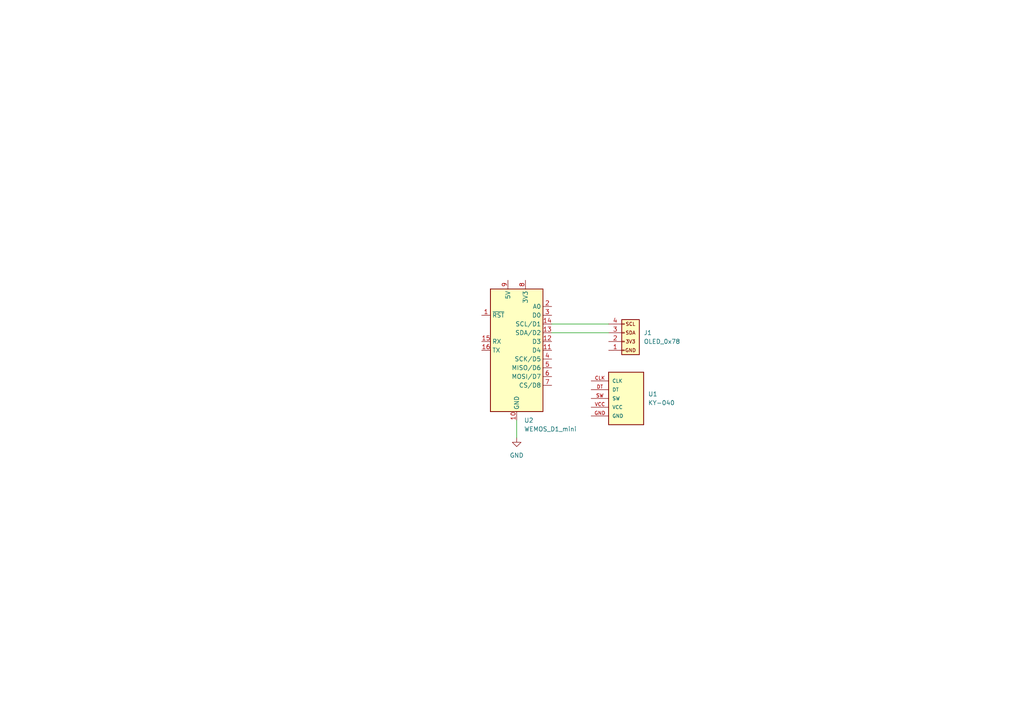
<source format=kicad_sch>
(kicad_sch (version 20250114) (generator "eeschema") (generator_version "9.0")
  (paper "A4")
  (lib_symbols
    (symbol "KY-040:KY-040" (pin_names (offset 1.016))
      (property "Reference" "U" (at -5.08 10.16 0))
      (property "Value" "KY-040" (at -5.08 -12.7 0))
      (symbol "KY-040_0_0"
        (rectangle (start -5.08 -7.62) (end 5.08 7.62) (stroke (width 0.254)) (fill (type background)))
        (pin output line (at -10.16 5.08 0) (length 5.08) (name "CLK") (number "CLK"))
        (pin output line (at -10.16 2.54 0) (length 5.08) (name "DT") (number "DT"))
        (pin output line (at -10.16 0 0) (length 5.08) (name "SW") (number "SW"))
        (pin power_in line (at -10.16 -2.54 0) (length 5.08) (name "VCC") (number "VCC"))
        (pin power_in line (at -10.16 -5.08 0) (length 5.08) (name "GND") (number "GND"))
      )
    )
    (symbol "PCM_SparkFun-Connector:I2CStandard_1x04_P2.54mm" (pin_names (offset 1.016) (hide yes))
      (property "Reference" "J" (at 0 5.08 0))
      (property "Value" "I2C" (at 0 -7.62 0))
      (symbol "I2CStandard_1x04_P2.54mm_1_1"
        (rectangle (start -1.27 3.81) (end 3.81 -6.35) (stroke (width 0.254)) (fill (type background)))
        (rectangle (start -1.27 2.667) (end -0.508 2.413) (stroke (width 0.1524)))
        (rectangle (start -1.27 0.127) (end -0.508 -0.127) (stroke (width 0.1524)))
        (rectangle (start -1.27 -2.413) (end -0.508 -2.667) (stroke (width 0.1524)))
        (rectangle (start -1.27 -4.953) (end -0.508 -5.207) (stroke (width 0.1524)))
        (text "SCL" (at 1.27 2.54 0) (effects (font (size 1 1))))
        (text "SDA" (at 1.27 0 0) (effects (font (size 1 1))))
        (text "3V3" (at 1.27 -2.54 0) (effects (font (size 1 1))))
        (text "GND" (at 1.27 -5.08 0) (effects (font (size 1 1))))
        (pin passive line (at -5.08 2.54 0) (length 3.81) (name "Pin_4") (number "4"))
        (pin passive line (at -5.08 0 0) (length 3.81) (name "Pin_3") (number "3"))
        (pin passive line (at -5.08 -2.54 0) (length 3.81) (name "Pin_2") (number "2"))
        (pin passive line (at -5.08 -5.08 0) (length 3.81) (name "Pin_1") (number "1"))
      )
    )
    (symbol "RF_Module:WEMOS_D1_mini"
      (property "Reference" "U" (at 3.81 19.05 0))
      (property "Value" "WEMOS_D1_mini" (at 1.27 -19.05 0))
      (symbol "WEMOS_D1_mini_1_1"
        (rectangle (start -7.62 17.78) (end 7.62 -17.78) (stroke (width 0.254)) (fill (type background)))
        (pin input line (at -10.16 10.16 0) (length 2.54) (name "~{RST}") (number "1"))
        (pin input line (at -10.16 2.54 0) (length 2.54) (name "RX") (number "15"))
        (pin output line (at -10.16 0 0) (length 2.54) (name "TX") (number "16"))
        (pin power_in line (at -2.54 20.32 270) (length 2.54) (name "5V") (number "9"))
        (pin power_in line (at 0 -20.32 90) (length 2.54) (name "GND") (number "10"))
        (pin power_out line (at 2.54 20.32 270) (length 2.54) (name "3V3") (number "8"))
        (pin input line (at 10.16 12.7 180) (length 2.54) (name "A0") (number "2"))
        (pin bidirectional line (at 10.16 10.16 180) (length 2.54) (name "D0") (number "3"))
        (pin bidirectional line (at 10.16 7.62 180) (length 2.54) (name "SCL/D1") (number "14"))
        (pin bidirectional line (at 10.16 5.08 180) (length 2.54) (name "SDA/D2") (number "13"))
        (pin bidirectional line (at 10.16 2.54 180) (length 2.54) (name "D3") (number "12"))
        (pin bidirectional line (at 10.16 0 180) (length 2.54) (name "D4") (number "11"))
        (pin bidirectional line (at 10.16 -2.54 180) (length 2.54) (name "SCK/D5") (number "4"))
        (pin bidirectional line (at 10.16 -5.08 180) (length 2.54) (name "MISO/D6") (number "5"))
        (pin bidirectional line (at 10.16 -7.62 180) (length 2.54) (name "MOSI/D7") (number "6"))
        (pin bidirectional line (at 10.16 -10.16 180) (length 2.54) (name "CS/D8") (number "7"))
      )
    )
    (symbol "power:GND" (power) (pin_numbers (hide yes)) (pin_names (offset 0) (hide yes))
      (property "Value" "GND" (at 0 -3.81 0))
      (symbol "GND_0_1"
        (polyline (pts (xy 0 0) (xy 0 -1.27) (xy 1.27 -1.27) (xy 0 -2.54) (xy -1.27 -1.27) (xy 0 -1.27)))
      )
      (symbol "GND_1_1"
        (pin power_in line (at 0 0 270) (length 0) (name "~") (number "1"))
      )
    )
  )
  (wire (pts (xy 160.02 96.52) (xy 176.53 96.52)))
  (wire (pts (xy 149.86 127) (xy 149.86 121.92)))
  (wire (pts (xy 160.02 93.98) (xy 176.53 93.98)))
  (symbol (lib_id "KY-040:KY-040") (at 181.61 115.57 0) (unit 1)
    (property "Reference" "U1" (at 187.96 114.2999 0) (effects (justify left)))
    (property "Value" "KY-040" (at 187.96 116.8399 0) (effects (justify left)))
    (property "Footprint" "KY-040:KY-040-PORT" (effects (hide yes)))
    (property "MF" "Joy-IT" (effects (hide yes)))
    (property "Description_1" "KY-5.0-4P Green(RAL6018/T) ; CONTACT WITH TIN PLATED MARK" (effects (hide yes)))
    (property "Package" "Package" (effects (hide yes)))
    (property "Price" "None" (effects (hide yes)))
    (property "SnapEDA_Link" "https://www.snapeda.com/parts/KY-040/Joy-IT/view-part/?ref=snap" (effects (hide yes)))
    (property "MP" "KY-040" (effects (hide yes)))
    (property "Availability" "Not in stock" (effects (hide yes)))
    (property "Check_prices" "https://www.snapeda.com/parts/KY-040/Joy-IT/view-part/?ref=eda" (effects (hide yes)))
  )
  (symbol (lib_id "power:GND") (at 149.86 127 0) (unit 1)
    (property "Reference" "#PWR01" (effects (hide yes)))
    (property "Value" "GND" (at 149.86 132.08 0))
    (property "Description" "Power symbol creates a global label with name \"GND\" , ground" (effects (hide yes)))
  )
  (symbol (lib_id "PCM_SparkFun-Connector:I2CStandard_1x04_P2.54mm") (at 181.61 96.52 0) (unit 1)
    (property "Reference" "J1" (at 186.69 96.5199 0) (effects (justify left)))
    (property "Value" "OLED_0x78" (at 186.69 99.0599 0) (effects (justify left)))
    (property "Footprint" "PCM_SparkFun-Connector:1x04_P2.54mm" (effects (hide yes)))
    (property "Description" "Common 4 pin PTH connector for I2C" (effects (hide yes)))
  )
  (symbol (lib_id "RF_Module:WEMOS_D1_mini") (at 149.86 101.6 0) (unit 1)
    (property "Reference" "U2" (at 152.0033 121.92 0) (effects (justify left)))
    (property "Value" "WEMOS_D1_mini" (at 152.0033 124.46 0) (effects (justify left)))
    (property "Footprint" "RF_Module:WEMOS_D1_mini_light" (effects (hide yes)))
    (property "Datasheet" "https://wiki.wemos.cc/products:d1:d1_mini#documentation" (effects (hide yes)))
    (property "Description" "32-bit microcontroller module with WiFi" (effects (hide yes)))
  )
)
</source>
